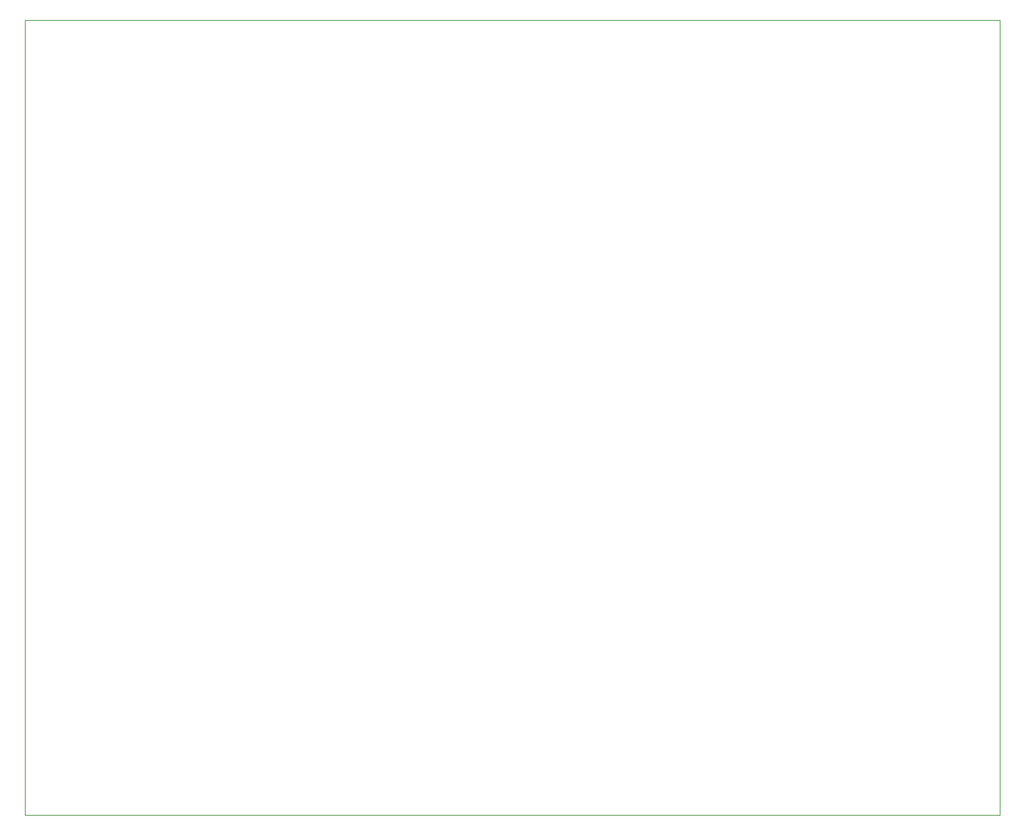
<source format=gbr>
%TF.GenerationSoftware,KiCad,Pcbnew,9.0.0*%
%TF.CreationDate,2025-11-10T15:20:41+01:00*%
%TF.ProjectId,piezotesterV2.1,7069657a-6f74-4657-9374-657256322e31,rev?*%
%TF.SameCoordinates,Original*%
%TF.FileFunction,Profile,NP*%
%FSLAX46Y46*%
G04 Gerber Fmt 4.6, Leading zero omitted, Abs format (unit mm)*
G04 Created by KiCad (PCBNEW 9.0.0) date 2025-11-10 15:20:41*
%MOMM*%
%LPD*%
G01*
G04 APERTURE LIST*
%TA.AperFunction,Profile*%
%ADD10C,0.050000*%
%TD*%
G04 APERTURE END LIST*
D10*
X69000000Y-58652675D02*
X188307053Y-58652675D01*
X188307053Y-156000000D01*
X69000000Y-156000000D01*
X69000000Y-58652675D01*
M02*

</source>
